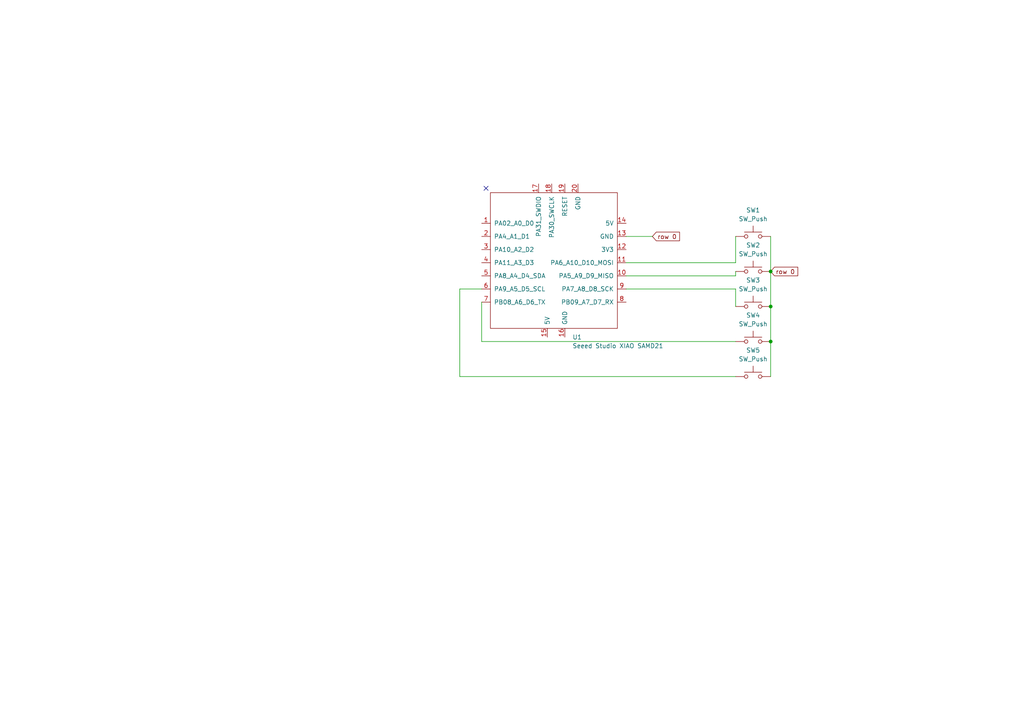
<source format=kicad_sch>
(kicad_sch (version 20231120) (generator "eeschema") (generator_version "8.0")
  (paper "A4")
  (lib_symbols
    (symbol "Seeed_Studio_XIAO_Series:Seeed Studio XIAO SAMD21" (pin_names (offset 1.016))
      (property "Reference" "U" (at -19.05 22.86 0))
      (property "Value" "Seeed Studio XIAO SAMD21" (at -12.7 21.59 0))
      (symbol "Seeed Studio XIAO SAMD21_0_1"
        (rectangle (start -19.05 20.32) (end 17.78 -19.05))
      )
      (symbol "Seeed Studio XIAO SAMD21_1_1"
        (pin unspecified line (at -21.59 11.43 0) (length 2.54) (name "PA02_A0_D0") (number "1"))
        (pin unspecified line (at 20.32 -3.81 180) (length 2.54) (name "PA5_A9_D9_MISO") (number "10"))
        (pin unspecified line (at 20.32 0 180) (length 2.54) (name "PA6_A10_D10_MOSI") (number "11"))
        (pin unspecified line (at 20.32 3.81 180) (length 2.54) (name "3V3") (number "12"))
        (pin unspecified line (at 20.32 7.62 180) (length 2.54) (name "GND") (number "13"))
        (pin unspecified line (at 20.32 11.43 180) (length 2.54) (name "5V") (number "14"))
        (pin input line (at -2.54 -21.59 90) (length 2.54) (name "5V") (number "15"))
        (pin input line (at 2.54 -21.59 90) (length 2.54) (name "GND") (number "16"))
        (pin input line (at -5.08 22.86 270) (length 2.54) (name "PA31_SWDIO") (number "17"))
        (pin input line (at -1.27 22.86 270) (length 2.54) (name "PA30_SWCLK") (number "18"))
        (pin input line (at 2.54 22.86 270) (length 2.54) (name "RESET") (number "19"))
        (pin unspecified line (at -21.59 7.62 0) (length 2.54) (name "PA4_A1_D1") (number "2"))
        (pin input line (at 6.35 22.86 270) (length 2.54) (name "GND") (number "20"))
        (pin unspecified line (at -21.59 3.81 0) (length 2.54) (name "PA10_A2_D2") (number "3"))
        (pin unspecified line (at -21.59 0 0) (length 2.54) (name "PA11_A3_D3") (number "4"))
        (pin unspecified line (at -21.59 -3.81 0) (length 2.54) (name "PA8_A4_D4_SDA") (number "5"))
        (pin unspecified line (at -21.59 -7.62 0) (length 2.54) (name "PA9_A5_D5_SCL") (number "6"))
        (pin unspecified line (at -21.59 -11.43 0) (length 2.54) (name "PB08_A6_D6_TX") (number "7"))
        (pin unspecified line (at 20.32 -11.43 180) (length 2.54) (name "PB09_A7_D7_RX") (number "8"))
        (pin unspecified line (at 20.32 -7.62 180) (length 2.54) (name "PA7_A8_D8_SCK") (number "9"))
      )
    )
    (symbol "Switch:SW_Push" (pin_numbers hide) (pin_names (offset 1.016) hide)
      (property "Reference" "SW" (at 1.27 2.54 0))
      (property "Value" "SW_Push" (at 0 -1.524 0))
      (symbol "SW_Push_0_1"
        (circle (center -2.032 0) (radius 0.508))
        (polyline (pts (xy 0 1.27) (xy 0 3.048)))
        (polyline (pts (xy 2.54 1.27) (xy -2.54 1.27)))
        (circle (center 2.032 0) (radius 0.508))
        (pin passive line (at -5.08 0 0) (length 2.54) (name "1") (number "1"))
        (pin passive line (at 5.08 0 180) (length 2.54) (name "2") (number "2"))
      )
    )
  )
  (junction (at 223.52 78.74))
  (junction (at 223.52 99.06))
  (junction (at 223.52 88.9))
  (no_connect (at 140.97 54.61))
  (wire (pts (xy 223.52 68.58) (xy 223.52 78.74)))
  (wire (pts (xy 223.52 88.9) (xy 223.52 99.06)))
  (wire (pts (xy 181.61 76.2) (xy 213.36 76.2)))
  (wire (pts (xy 223.52 99.06) (xy 223.52 109.22)))
  (wire (pts (xy 223.52 78.74) (xy 223.52 88.9)))
  (wire (pts (xy 181.61 68.58) (xy 189.23 68.58)))
  (wire (pts (xy 213.36 83.82) (xy 213.36 88.9)))
  (wire (pts (xy 133.35 83.82) (xy 139.7 83.82)))
  (wire (pts (xy 181.61 80.01) (xy 213.36 80.01)))
  (wire (pts (xy 213.36 76.2) (xy 213.36 68.58)))
  (wire (pts (xy 213.36 80.01) (xy 213.36 78.74)))
  (wire (pts (xy 139.7 87.63) (xy 139.7 99.06)))
  (wire (pts (xy 133.35 109.22) (xy 133.35 83.82)))
  (wire (pts (xy 181.61 83.82) (xy 213.36 83.82)))
  (wire (pts (xy 139.7 99.06) (xy 213.36 99.06)))
  (wire (pts (xy 133.35 109.22) (xy 213.36 109.22)))
  (global_label "row 0" (shape input) (at 189.23 68.58 0) (property "Intersheetrefs" "${INTERSHEET_REFS}" (effects (hide yes))))
  (global_label "row 0" (shape input) (at 223.52 78.74 0) (property "Intersheetrefs" "${INTERSHEET_REFS}" (effects (hide yes))))
  (symbol (lib_id "Switch:SW_Push") (at 218.44 99.06 0) (unit 1)
    (property "Reference" "SW4" (at 218.44 91.44 0))
    (property "Value" "SW_Push" (at 218.44 93.98 0))
    (property "Footprint" "Button_Switch_Keyboard:SW_Cherry_MX_1.00u_PCB" (effects (hide yes)))
    (property "Description" "Push button switch, generic, two pins" (effects (hide yes)))
  )
  (symbol (lib_id "Switch:SW_Push") (at 218.44 88.9 0) (unit 1)
    (property "Reference" "SW3" (at 218.44 81.28 0))
    (property "Value" "SW_Push" (at 218.44 83.82 0))
    (property "Footprint" "Button_Switch_Keyboard:SW_Cherry_MX_1.00u_PCB" (effects (hide yes)))
    (property "Description" "Push button switch, generic, two pins" (effects (hide yes)))
  )
  (symbol (lib_id "Seeed_Studio_XIAO_Series:Seeed Studio XIAO SAMD21") (at 161.29 76.2 0) (unit 1)
    (property "Reference" "U1" (at 166.0241 97.79 0) (effects (justify left)))
    (property "Value" "Seeed Studio XIAO SAMD21" (at 166.0241 100.33 0) (effects (justify left)))
    (property "Footprint" "Seeed Studio XIAO Series Library:XIAO-Generic-Thruhole-14P-2.54-21X17.8MM" (effects (hide yes)))
  )
  (symbol (lib_id "Switch:SW_Push") (at 218.44 68.58 0) (unit 1)
    (property "Reference" "SW1" (at 218.44 60.96 0))
    (property "Value" "SW_Push" (at 218.44 63.5 0))
    (property "Footprint" "Button_Switch_Keyboard:SW_Cherry_MX_1.00u_PCB" (effects (hide yes)))
    (property "Description" "Push button switch, generic, two pins" (effects (hide yes)))
  )
  (symbol (lib_id "Switch:SW_Push") (at 218.44 109.22 0) (unit 1)
    (property "Reference" "SW5" (at 218.44 101.6 0))
    (property "Value" "SW_Push" (at 218.44 104.14 0))
    (property "Footprint" "Button_Switch_Keyboard:SW_Cherry_MX_1.00u_PCB" (effects (hide yes)))
    (property "Description" "Push button switch, generic, two pins" (effects (hide yes)))
  )
  (symbol (lib_id "Switch:SW_Push") (at 218.44 78.74 0) (unit 1)
    (property "Reference" "SW2" (at 218.44 71.12 0))
    (property "Value" "SW_Push" (at 218.44 73.66 0))
    (property "Footprint" "Button_Switch_Keyboard:SW_Cherry_MX_1.00u_PCB" (effects (hide yes)))
    (property "Description" "Push button switch, generic, two pins" (effects (hide yes)))
  )
)
</source>
